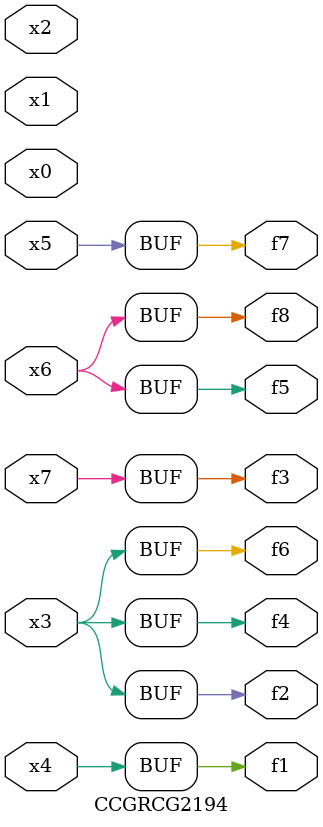
<source format=v>
module CCGRCG2194(
	input x0, x1, x2, x3, x4, x5, x6, x7,
	output f1, f2, f3, f4, f5, f6, f7, f8
);
	assign f1 = x4;
	assign f2 = x3;
	assign f3 = x7;
	assign f4 = x3;
	assign f5 = x6;
	assign f6 = x3;
	assign f7 = x5;
	assign f8 = x6;
endmodule

</source>
